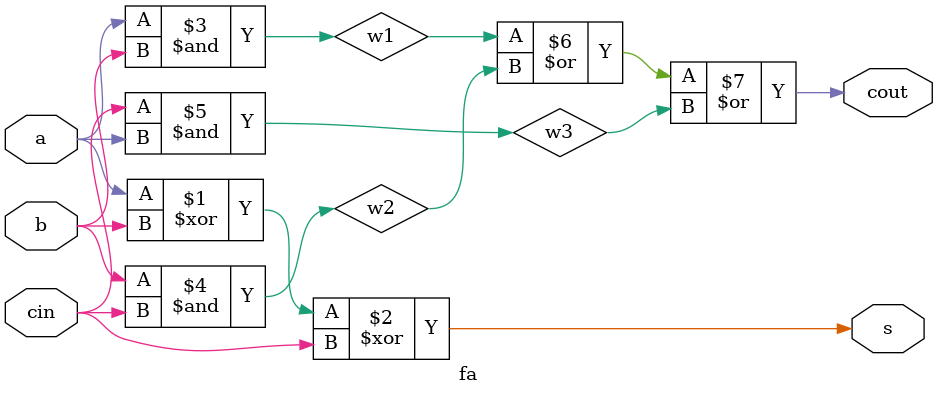
<source format=v>
module fa
(input a,b,cin,
 output s,cout);

wire w1,w2,w3;

xor x1(s,a,b,cin);
and a1(w1,a,b);
and a2(w2,b,cin);
and a3(w3,cin,a);
or o1(cout,w1,w2,w3);

endmodule 
</source>
